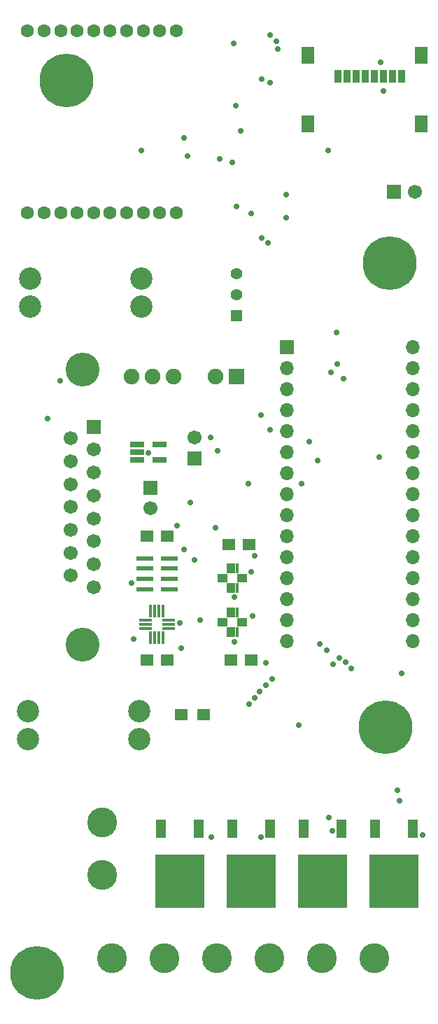
<source format=gts>
G04 #@! TF.FileFunction,Soldermask,Top*
%FSLAX46Y46*%
G04 Gerber Fmt 4.6, Leading zero omitted, Abs format (unit mm)*
G04 Created by KiCad (PCBNEW 4.0.7) date Wednesday, May 09, 2018 'PMt' 10:09:01 PM*
%MOMM*%
%LPD*%
G01*
G04 APERTURE LIST*
%ADD10C,0.100000*%
%ADD11R,0.301600X1.301600*%
%ADD12R,1.301600X0.301600*%
%ADD13R,1.701600X1.701600*%
%ADD14O,1.701600X1.701600*%
%ADD15R,1.601600X1.351600*%
%ADD16C,1.701600*%
%ADD17C,2.701600*%
%ADD18C,4.101600*%
%ADD19C,3.601600*%
%ADD20R,0.901600X1.601600*%
%ADD21R,1.551600X2.101600*%
%ADD22R,1.301600X2.301600*%
%ADD23R,5.901600X6.501600*%
%ADD24R,1.601600X1.401600*%
%ADD25C,1.401600*%
%ADD26R,1.401600X1.401600*%
%ADD27C,1.601600*%
%ADD28R,1.661600X0.751600*%
%ADD29R,1.501600X0.351600*%
%ADD30R,0.351600X1.501600*%
%ADD31R,2.101600X0.631600*%
%ADD32R,1.901600X1.901600*%
%ADD33C,1.901600*%
%ADD34C,6.501600*%
%ADD35C,0.701600*%
G04 APERTURE END LIST*
D10*
D11*
X111235000Y-114738000D03*
X111585000Y-114738000D03*
X111935000Y-114738000D03*
X112285000Y-114738000D03*
D12*
X112960000Y-113888000D03*
X112960000Y-113538000D03*
X112960000Y-113188000D03*
D11*
X112285000Y-112338000D03*
X111935000Y-112338000D03*
X111585000Y-112338000D03*
X111235000Y-112338000D03*
D12*
X110560000Y-113188000D03*
X110560000Y-113538000D03*
X110560000Y-113888000D03*
D11*
X111235000Y-109404000D03*
X111585000Y-109404000D03*
X111935000Y-109404000D03*
X112285000Y-109404000D03*
D12*
X112960000Y-108554000D03*
X112960000Y-108204000D03*
X112960000Y-107854000D03*
D11*
X112285000Y-107004000D03*
X111935000Y-107004000D03*
X111585000Y-107004000D03*
X111235000Y-107004000D03*
D12*
X110560000Y-107854000D03*
X110560000Y-108204000D03*
X110560000Y-108554000D03*
D13*
X118364000Y-80264000D03*
D14*
X133604000Y-113284000D03*
X118364000Y-82804000D03*
X133604000Y-110744000D03*
X118364000Y-85344000D03*
X133604000Y-108204000D03*
X118364000Y-87884000D03*
X133604000Y-105664000D03*
X118364000Y-90424000D03*
X133604000Y-103124000D03*
X118364000Y-92964000D03*
X133604000Y-100584000D03*
X118364000Y-95504000D03*
X133604000Y-98044000D03*
X118364000Y-98044000D03*
X133604000Y-95504000D03*
X118364000Y-100584000D03*
X133604000Y-92964000D03*
X118364000Y-103124000D03*
X133604000Y-90424000D03*
X118364000Y-105664000D03*
X133604000Y-87884000D03*
X118364000Y-108204000D03*
X133604000Y-85344000D03*
X118364000Y-110744000D03*
X133604000Y-82804000D03*
X118364000Y-113284000D03*
X133604000Y-80264000D03*
X118364000Y-115824000D03*
X133604000Y-115824000D03*
D15*
X111526000Y-118110000D03*
X114026000Y-118110000D03*
X101366000Y-118110000D03*
X103866000Y-118110000D03*
D13*
X101854000Y-97282000D03*
D16*
X101854000Y-99782000D03*
D13*
X107188000Y-93726000D03*
D16*
X107188000Y-91226000D03*
D15*
X111272000Y-104140000D03*
X113772000Y-104140000D03*
X101366000Y-103124000D03*
X103866000Y-103124000D03*
D17*
X87245000Y-71960000D03*
X87245000Y-75360000D03*
X100715000Y-71960000D03*
X100715000Y-75360000D03*
X86991000Y-124284000D03*
X86991000Y-127684000D03*
X100461000Y-124284000D03*
X100461000Y-127684000D03*
D13*
X94996000Y-89916000D03*
D16*
X94996000Y-92686000D03*
X94996000Y-95456000D03*
X94996000Y-98226000D03*
X94996000Y-100996000D03*
X94996000Y-103766000D03*
X94996000Y-106536000D03*
X94996000Y-109306000D03*
X92156000Y-91301000D03*
X92156000Y-94071000D03*
X92156000Y-96841000D03*
X92156000Y-99611000D03*
X92156000Y-102381000D03*
X92156000Y-105151000D03*
X92156000Y-107921000D03*
D18*
X93576000Y-82961000D03*
X93576000Y-116261000D03*
D19*
X96012000Y-144145000D03*
X96012000Y-137795000D03*
D20*
X124540000Y-47558000D03*
X125640000Y-47558000D03*
X126740000Y-47558000D03*
X127840000Y-47558000D03*
X128940000Y-47558000D03*
X130040000Y-47558000D03*
X131140000Y-47558000D03*
X132240000Y-47558000D03*
D21*
X120870000Y-53258000D03*
X134620000Y-53258000D03*
X120870000Y-44958000D03*
X134620000Y-44958000D03*
D19*
X128905000Y-154178000D03*
X122555000Y-154178000D03*
X116205000Y-154178000D03*
X109855000Y-154178000D03*
X103505000Y-154178000D03*
X97155000Y-154178000D03*
D22*
X124962000Y-138548000D03*
X120402000Y-138548000D03*
D23*
X122682000Y-144848000D03*
D22*
X133598000Y-138548000D03*
X129038000Y-138548000D03*
D23*
X131318000Y-144848000D03*
D22*
X107690000Y-138548000D03*
X103130000Y-138548000D03*
D23*
X105410000Y-144848000D03*
D22*
X116326000Y-138548000D03*
X111766000Y-138548000D03*
D23*
X114046000Y-144848000D03*
D24*
X108284000Y-124714000D03*
X105584000Y-124714000D03*
D25*
X112268000Y-71374000D03*
D26*
X112268000Y-76454000D03*
D25*
X112268000Y-73914000D03*
D27*
X86948500Y-42022500D03*
X86948500Y-64022500D03*
X88948500Y-42022500D03*
X88948500Y-64022500D03*
X90948500Y-42022500D03*
X90948500Y-64022500D03*
X92948500Y-42022500D03*
X92948500Y-64022500D03*
X94948500Y-42022500D03*
X94948500Y-64022500D03*
X96948500Y-42022500D03*
X96948500Y-64022500D03*
X98948500Y-42022500D03*
X98948500Y-64022500D03*
X100948500Y-42022500D03*
X100948500Y-64022500D03*
X102948500Y-42022500D03*
X102948500Y-64022500D03*
X104948500Y-42022500D03*
X104948500Y-64022500D03*
D28*
X100250000Y-92014000D03*
X100250000Y-92964000D03*
X100250000Y-93914000D03*
X102950000Y-93914000D03*
X102950000Y-92014000D03*
D29*
X103996000Y-113792000D03*
X103996000Y-113292000D03*
X103996000Y-114292000D03*
X101236000Y-113292000D03*
X101236000Y-113792000D03*
X101236000Y-114292000D03*
D30*
X103366000Y-112172000D03*
X102866000Y-112172000D03*
X102366000Y-112172000D03*
X101866000Y-112172000D03*
X101866000Y-115412000D03*
X102366000Y-115412000D03*
X102866000Y-115412000D03*
X103366000Y-115412000D03*
D31*
X101116000Y-105821000D03*
X104116000Y-105821000D03*
X101116000Y-107071000D03*
X101116000Y-108321000D03*
X101116000Y-109571000D03*
X104116000Y-109571000D03*
X104116000Y-108321000D03*
X104116000Y-107071000D03*
D32*
X112268000Y-83820000D03*
D33*
X109728000Y-83820000D03*
X104648000Y-83820000D03*
X102108000Y-83820000D03*
X99568000Y-83820000D03*
D13*
X131318000Y-61468000D03*
D16*
X133818000Y-61468000D03*
D34*
X91694000Y-48006000D03*
X130810000Y-70104000D03*
X130302000Y-126238000D03*
X88138000Y-155956000D03*
D35*
X115316000Y-67056000D03*
X111760000Y-57912000D03*
X124333000Y-78486000D03*
X114427000Y-122682000D03*
X118237000Y-64643000D03*
X118237000Y-61849000D03*
X100711000Y-56515000D03*
X106299000Y-57150000D03*
X112014000Y-110490000D03*
X119761000Y-125984000D03*
X131953000Y-135128000D03*
X101600000Y-93091000D03*
X114427000Y-105537000D03*
X114173000Y-112776000D03*
X114046000Y-107442000D03*
X105029000Y-101854000D03*
X99568000Y-108839000D03*
X99822000Y-115570000D03*
X105537000Y-116713000D03*
X112014000Y-115951000D03*
X115824000Y-118491000D03*
X129667000Y-45847000D03*
X115062000Y-121920000D03*
X122301000Y-116205000D03*
X115824000Y-121158000D03*
X123190000Y-116967000D03*
X116586000Y-120396000D03*
X125476000Y-118364000D03*
X116332000Y-90297000D03*
X123952000Y-118618000D03*
X115189000Y-88519000D03*
X126111000Y-119126000D03*
X113792000Y-123444000D03*
X132207000Y-119761000D03*
X124714000Y-117856000D03*
X114046000Y-64135000D03*
X112776000Y-54102000D03*
X117221000Y-44196000D03*
X123698000Y-83312000D03*
X120142000Y-96774000D03*
X116078000Y-67691000D03*
X115316000Y-47879000D03*
X122047000Y-93980000D03*
X125222000Y-84074000D03*
X90932000Y-84328000D03*
X89408000Y-88900000D03*
X124460000Y-82296000D03*
X121031000Y-91694000D03*
X110236000Y-57531000D03*
X116332000Y-48260000D03*
X129540000Y-93599000D03*
X105918000Y-54991000D03*
X112141000Y-51054000D03*
X111887000Y-43561000D03*
X112268000Y-63246000D03*
X109982000Y-92837000D03*
X109728000Y-102108000D03*
X113665000Y-96774000D03*
X123444000Y-137160000D03*
X131699000Y-133858000D03*
X123317000Y-56515000D03*
X117094000Y-43307000D03*
X116332000Y-42545000D03*
X130048000Y-49276000D03*
X107823000Y-113284000D03*
X105410000Y-113665000D03*
X105918000Y-104775000D03*
X107188000Y-106045000D03*
X109093000Y-91186000D03*
X106680000Y-99060000D03*
X123825000Y-138811000D03*
X134747000Y-139319000D03*
X109220000Y-139573000D03*
X115189000Y-139573000D03*
M02*

</source>
